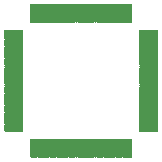
<source format=gbr>
G04 #@! TF.GenerationSoftware,KiCad,Pcbnew,(5.1.10)-1*
G04 #@! TF.CreationDate,2021-12-08T21:24:47+07:00*
G04 #@! TF.ProjectId,32u4mu to 32u4au,33327534-6d75-4207-946f-203332753461,rev?*
G04 #@! TF.SameCoordinates,Original*
G04 #@! TF.FileFunction,Soldermask,Bot*
G04 #@! TF.FilePolarity,Negative*
%FSLAX46Y46*%
G04 Gerber Fmt 4.6, Leading zero omitted, Abs format (unit mm)*
G04 Created by KiCad (PCBNEW (5.1.10)-1) date 2021-12-08 21:24:47*
%MOMM*%
%LPD*%
G01*
G04 APERTURE LIST*
%ADD10C,0.100000*%
G04 APERTURE END LIST*
G36*
G01*
X87955250Y-62218750D02*
X87955250Y-61668750D01*
G75*
G02*
X88006250Y-61617750I51000J0D01*
G01*
X89506250Y-61617750D01*
G75*
G02*
X89557250Y-61668750I0J-51000D01*
G01*
X89557250Y-62218750D01*
G75*
G02*
X89506250Y-62269750I-51000J0D01*
G01*
X88006250Y-62269750D01*
G75*
G02*
X87955250Y-62218750I0J51000D01*
G01*
G37*
G36*
G01*
X87955250Y-61418750D02*
X87955250Y-60868750D01*
G75*
G02*
X88006250Y-60817750I51000J0D01*
G01*
X89506250Y-60817750D01*
G75*
G02*
X89557250Y-60868750I0J-51000D01*
G01*
X89557250Y-61418750D01*
G75*
G02*
X89506250Y-61469750I-51000J0D01*
G01*
X88006250Y-61469750D01*
G75*
G02*
X87955250Y-61418750I0J51000D01*
G01*
G37*
G36*
G01*
X87955250Y-60618750D02*
X87955250Y-60068750D01*
G75*
G02*
X88006250Y-60017750I51000J0D01*
G01*
X89506250Y-60017750D01*
G75*
G02*
X89557250Y-60068750I0J-51000D01*
G01*
X89557250Y-60618750D01*
G75*
G02*
X89506250Y-60669750I-51000J0D01*
G01*
X88006250Y-60669750D01*
G75*
G02*
X87955250Y-60618750I0J51000D01*
G01*
G37*
G36*
G01*
X87955250Y-59818750D02*
X87955250Y-59268750D01*
G75*
G02*
X88006250Y-59217750I51000J0D01*
G01*
X89506250Y-59217750D01*
G75*
G02*
X89557250Y-59268750I0J-51000D01*
G01*
X89557250Y-59818750D01*
G75*
G02*
X89506250Y-59869750I-51000J0D01*
G01*
X88006250Y-59869750D01*
G75*
G02*
X87955250Y-59818750I0J51000D01*
G01*
G37*
G36*
G01*
X87955250Y-59018750D02*
X87955250Y-58468750D01*
G75*
G02*
X88006250Y-58417750I51000J0D01*
G01*
X89506250Y-58417750D01*
G75*
G02*
X89557250Y-58468750I0J-51000D01*
G01*
X89557250Y-59018750D01*
G75*
G02*
X89506250Y-59069750I-51000J0D01*
G01*
X88006250Y-59069750D01*
G75*
G02*
X87955250Y-59018750I0J51000D01*
G01*
G37*
G36*
G01*
X87955250Y-58218750D02*
X87955250Y-57668750D01*
G75*
G02*
X88006250Y-57617750I51000J0D01*
G01*
X89506250Y-57617750D01*
G75*
G02*
X89557250Y-57668750I0J-51000D01*
G01*
X89557250Y-58218750D01*
G75*
G02*
X89506250Y-58269750I-51000J0D01*
G01*
X88006250Y-58269750D01*
G75*
G02*
X87955250Y-58218750I0J51000D01*
G01*
G37*
G36*
G01*
X87955250Y-57418750D02*
X87955250Y-56868750D01*
G75*
G02*
X88006250Y-56817750I51000J0D01*
G01*
X89506250Y-56817750D01*
G75*
G02*
X89557250Y-56868750I0J-51000D01*
G01*
X89557250Y-57418750D01*
G75*
G02*
X89506250Y-57469750I-51000J0D01*
G01*
X88006250Y-57469750D01*
G75*
G02*
X87955250Y-57418750I0J51000D01*
G01*
G37*
G36*
G01*
X87955250Y-56618750D02*
X87955250Y-56068750D01*
G75*
G02*
X88006250Y-56017750I51000J0D01*
G01*
X89506250Y-56017750D01*
G75*
G02*
X89557250Y-56068750I0J-51000D01*
G01*
X89557250Y-56618750D01*
G75*
G02*
X89506250Y-56669750I-51000J0D01*
G01*
X88006250Y-56669750D01*
G75*
G02*
X87955250Y-56618750I0J51000D01*
G01*
G37*
G36*
G01*
X87955250Y-55818750D02*
X87955250Y-55268750D01*
G75*
G02*
X88006250Y-55217750I51000J0D01*
G01*
X89506250Y-55217750D01*
G75*
G02*
X89557250Y-55268750I0J-51000D01*
G01*
X89557250Y-55818750D01*
G75*
G02*
X89506250Y-55869750I-51000J0D01*
G01*
X88006250Y-55869750D01*
G75*
G02*
X87955250Y-55818750I0J51000D01*
G01*
G37*
G36*
G01*
X87955250Y-55018750D02*
X87955250Y-54468750D01*
G75*
G02*
X88006250Y-54417750I51000J0D01*
G01*
X89506250Y-54417750D01*
G75*
G02*
X89557250Y-54468750I0J-51000D01*
G01*
X89557250Y-55018750D01*
G75*
G02*
X89506250Y-55069750I-51000J0D01*
G01*
X88006250Y-55069750D01*
G75*
G02*
X87955250Y-55018750I0J51000D01*
G01*
G37*
G36*
G01*
X87955250Y-54218750D02*
X87955250Y-53668750D01*
G75*
G02*
X88006250Y-53617750I51000J0D01*
G01*
X89506250Y-53617750D01*
G75*
G02*
X89557250Y-53668750I0J-51000D01*
G01*
X89557250Y-54218750D01*
G75*
G02*
X89506250Y-54269750I-51000J0D01*
G01*
X88006250Y-54269750D01*
G75*
G02*
X87955250Y-54218750I0J51000D01*
G01*
G37*
G36*
G01*
X90181250Y-51442750D02*
X90731250Y-51442750D01*
G75*
G02*
X90782250Y-51493750I0J-51000D01*
G01*
X90782250Y-52993750D01*
G75*
G02*
X90731250Y-53044750I-51000J0D01*
G01*
X90181250Y-53044750D01*
G75*
G02*
X90130250Y-52993750I0J51000D01*
G01*
X90130250Y-51493750D01*
G75*
G02*
X90181250Y-51442750I51000J0D01*
G01*
G37*
G36*
G01*
X90981250Y-51442750D02*
X91531250Y-51442750D01*
G75*
G02*
X91582250Y-51493750I0J-51000D01*
G01*
X91582250Y-52993750D01*
G75*
G02*
X91531250Y-53044750I-51000J0D01*
G01*
X90981250Y-53044750D01*
G75*
G02*
X90930250Y-52993750I0J51000D01*
G01*
X90930250Y-51493750D01*
G75*
G02*
X90981250Y-51442750I51000J0D01*
G01*
G37*
G36*
G01*
X91781250Y-51442750D02*
X92331250Y-51442750D01*
G75*
G02*
X92382250Y-51493750I0J-51000D01*
G01*
X92382250Y-52993750D01*
G75*
G02*
X92331250Y-53044750I-51000J0D01*
G01*
X91781250Y-53044750D01*
G75*
G02*
X91730250Y-52993750I0J51000D01*
G01*
X91730250Y-51493750D01*
G75*
G02*
X91781250Y-51442750I51000J0D01*
G01*
G37*
G36*
G01*
X92581250Y-51442750D02*
X93131250Y-51442750D01*
G75*
G02*
X93182250Y-51493750I0J-51000D01*
G01*
X93182250Y-52993750D01*
G75*
G02*
X93131250Y-53044750I-51000J0D01*
G01*
X92581250Y-53044750D01*
G75*
G02*
X92530250Y-52993750I0J51000D01*
G01*
X92530250Y-51493750D01*
G75*
G02*
X92581250Y-51442750I51000J0D01*
G01*
G37*
G36*
G01*
X93381250Y-51442750D02*
X93931250Y-51442750D01*
G75*
G02*
X93982250Y-51493750I0J-51000D01*
G01*
X93982250Y-52993750D01*
G75*
G02*
X93931250Y-53044750I-51000J0D01*
G01*
X93381250Y-53044750D01*
G75*
G02*
X93330250Y-52993750I0J51000D01*
G01*
X93330250Y-51493750D01*
G75*
G02*
X93381250Y-51442750I51000J0D01*
G01*
G37*
G36*
G01*
X94181250Y-51442750D02*
X94731250Y-51442750D01*
G75*
G02*
X94782250Y-51493750I0J-51000D01*
G01*
X94782250Y-52993750D01*
G75*
G02*
X94731250Y-53044750I-51000J0D01*
G01*
X94181250Y-53044750D01*
G75*
G02*
X94130250Y-52993750I0J51000D01*
G01*
X94130250Y-51493750D01*
G75*
G02*
X94181250Y-51442750I51000J0D01*
G01*
G37*
G36*
G01*
X94981250Y-51442750D02*
X95531250Y-51442750D01*
G75*
G02*
X95582250Y-51493750I0J-51000D01*
G01*
X95582250Y-52993750D01*
G75*
G02*
X95531250Y-53044750I-51000J0D01*
G01*
X94981250Y-53044750D01*
G75*
G02*
X94930250Y-52993750I0J51000D01*
G01*
X94930250Y-51493750D01*
G75*
G02*
X94981250Y-51442750I51000J0D01*
G01*
G37*
G36*
G01*
X95781250Y-51442750D02*
X96331250Y-51442750D01*
G75*
G02*
X96382250Y-51493750I0J-51000D01*
G01*
X96382250Y-52993750D01*
G75*
G02*
X96331250Y-53044750I-51000J0D01*
G01*
X95781250Y-53044750D01*
G75*
G02*
X95730250Y-52993750I0J51000D01*
G01*
X95730250Y-51493750D01*
G75*
G02*
X95781250Y-51442750I51000J0D01*
G01*
G37*
G36*
G01*
X96581250Y-51442750D02*
X97131250Y-51442750D01*
G75*
G02*
X97182250Y-51493750I0J-51000D01*
G01*
X97182250Y-52993750D01*
G75*
G02*
X97131250Y-53044750I-51000J0D01*
G01*
X96581250Y-53044750D01*
G75*
G02*
X96530250Y-52993750I0J51000D01*
G01*
X96530250Y-51493750D01*
G75*
G02*
X96581250Y-51442750I51000J0D01*
G01*
G37*
G36*
G01*
X97381250Y-51442750D02*
X97931250Y-51442750D01*
G75*
G02*
X97982250Y-51493750I0J-51000D01*
G01*
X97982250Y-52993750D01*
G75*
G02*
X97931250Y-53044750I-51000J0D01*
G01*
X97381250Y-53044750D01*
G75*
G02*
X97330250Y-52993750I0J51000D01*
G01*
X97330250Y-51493750D01*
G75*
G02*
X97381250Y-51442750I51000J0D01*
G01*
G37*
G36*
G01*
X98181250Y-51442750D02*
X98731250Y-51442750D01*
G75*
G02*
X98782250Y-51493750I0J-51000D01*
G01*
X98782250Y-52993750D01*
G75*
G02*
X98731250Y-53044750I-51000J0D01*
G01*
X98181250Y-53044750D01*
G75*
G02*
X98130250Y-52993750I0J51000D01*
G01*
X98130250Y-51493750D01*
G75*
G02*
X98181250Y-51442750I51000J0D01*
G01*
G37*
G36*
G01*
X99355250Y-54218750D02*
X99355250Y-53668750D01*
G75*
G02*
X99406250Y-53617750I51000J0D01*
G01*
X100906250Y-53617750D01*
G75*
G02*
X100957250Y-53668750I0J-51000D01*
G01*
X100957250Y-54218750D01*
G75*
G02*
X100906250Y-54269750I-51000J0D01*
G01*
X99406250Y-54269750D01*
G75*
G02*
X99355250Y-54218750I0J51000D01*
G01*
G37*
G36*
G01*
X99355250Y-55018750D02*
X99355250Y-54468750D01*
G75*
G02*
X99406250Y-54417750I51000J0D01*
G01*
X100906250Y-54417750D01*
G75*
G02*
X100957250Y-54468750I0J-51000D01*
G01*
X100957250Y-55018750D01*
G75*
G02*
X100906250Y-55069750I-51000J0D01*
G01*
X99406250Y-55069750D01*
G75*
G02*
X99355250Y-55018750I0J51000D01*
G01*
G37*
G36*
G01*
X99355250Y-55818750D02*
X99355250Y-55268750D01*
G75*
G02*
X99406250Y-55217750I51000J0D01*
G01*
X100906250Y-55217750D01*
G75*
G02*
X100957250Y-55268750I0J-51000D01*
G01*
X100957250Y-55818750D01*
G75*
G02*
X100906250Y-55869750I-51000J0D01*
G01*
X99406250Y-55869750D01*
G75*
G02*
X99355250Y-55818750I0J51000D01*
G01*
G37*
G36*
G01*
X99355250Y-56618750D02*
X99355250Y-56068750D01*
G75*
G02*
X99406250Y-56017750I51000J0D01*
G01*
X100906250Y-56017750D01*
G75*
G02*
X100957250Y-56068750I0J-51000D01*
G01*
X100957250Y-56618750D01*
G75*
G02*
X100906250Y-56669750I-51000J0D01*
G01*
X99406250Y-56669750D01*
G75*
G02*
X99355250Y-56618750I0J51000D01*
G01*
G37*
G36*
G01*
X99355250Y-57418750D02*
X99355250Y-56868750D01*
G75*
G02*
X99406250Y-56817750I51000J0D01*
G01*
X100906250Y-56817750D01*
G75*
G02*
X100957250Y-56868750I0J-51000D01*
G01*
X100957250Y-57418750D01*
G75*
G02*
X100906250Y-57469750I-51000J0D01*
G01*
X99406250Y-57469750D01*
G75*
G02*
X99355250Y-57418750I0J51000D01*
G01*
G37*
G36*
G01*
X99355250Y-58218750D02*
X99355250Y-57668750D01*
G75*
G02*
X99406250Y-57617750I51000J0D01*
G01*
X100906250Y-57617750D01*
G75*
G02*
X100957250Y-57668750I0J-51000D01*
G01*
X100957250Y-58218750D01*
G75*
G02*
X100906250Y-58269750I-51000J0D01*
G01*
X99406250Y-58269750D01*
G75*
G02*
X99355250Y-58218750I0J51000D01*
G01*
G37*
G36*
G01*
X99355250Y-59018750D02*
X99355250Y-58468750D01*
G75*
G02*
X99406250Y-58417750I51000J0D01*
G01*
X100906250Y-58417750D01*
G75*
G02*
X100957250Y-58468750I0J-51000D01*
G01*
X100957250Y-59018750D01*
G75*
G02*
X100906250Y-59069750I-51000J0D01*
G01*
X99406250Y-59069750D01*
G75*
G02*
X99355250Y-59018750I0J51000D01*
G01*
G37*
G36*
G01*
X99355250Y-59818750D02*
X99355250Y-59268750D01*
G75*
G02*
X99406250Y-59217750I51000J0D01*
G01*
X100906250Y-59217750D01*
G75*
G02*
X100957250Y-59268750I0J-51000D01*
G01*
X100957250Y-59818750D01*
G75*
G02*
X100906250Y-59869750I-51000J0D01*
G01*
X99406250Y-59869750D01*
G75*
G02*
X99355250Y-59818750I0J51000D01*
G01*
G37*
G36*
G01*
X99355250Y-60618750D02*
X99355250Y-60068750D01*
G75*
G02*
X99406250Y-60017750I51000J0D01*
G01*
X100906250Y-60017750D01*
G75*
G02*
X100957250Y-60068750I0J-51000D01*
G01*
X100957250Y-60618750D01*
G75*
G02*
X100906250Y-60669750I-51000J0D01*
G01*
X99406250Y-60669750D01*
G75*
G02*
X99355250Y-60618750I0J51000D01*
G01*
G37*
G36*
G01*
X99355250Y-61418750D02*
X99355250Y-60868750D01*
G75*
G02*
X99406250Y-60817750I51000J0D01*
G01*
X100906250Y-60817750D01*
G75*
G02*
X100957250Y-60868750I0J-51000D01*
G01*
X100957250Y-61418750D01*
G75*
G02*
X100906250Y-61469750I-51000J0D01*
G01*
X99406250Y-61469750D01*
G75*
G02*
X99355250Y-61418750I0J51000D01*
G01*
G37*
G36*
G01*
X99355250Y-62218750D02*
X99355250Y-61668750D01*
G75*
G02*
X99406250Y-61617750I51000J0D01*
G01*
X100906250Y-61617750D01*
G75*
G02*
X100957250Y-61668750I0J-51000D01*
G01*
X100957250Y-62218750D01*
G75*
G02*
X100906250Y-62269750I-51000J0D01*
G01*
X99406250Y-62269750D01*
G75*
G02*
X99355250Y-62218750I0J51000D01*
G01*
G37*
G36*
G01*
X98181250Y-62842750D02*
X98731250Y-62842750D01*
G75*
G02*
X98782250Y-62893750I0J-51000D01*
G01*
X98782250Y-64393750D01*
G75*
G02*
X98731250Y-64444750I-51000J0D01*
G01*
X98181250Y-64444750D01*
G75*
G02*
X98130250Y-64393750I0J51000D01*
G01*
X98130250Y-62893750D01*
G75*
G02*
X98181250Y-62842750I51000J0D01*
G01*
G37*
G36*
G01*
X97381250Y-62842750D02*
X97931250Y-62842750D01*
G75*
G02*
X97982250Y-62893750I0J-51000D01*
G01*
X97982250Y-64393750D01*
G75*
G02*
X97931250Y-64444750I-51000J0D01*
G01*
X97381250Y-64444750D01*
G75*
G02*
X97330250Y-64393750I0J51000D01*
G01*
X97330250Y-62893750D01*
G75*
G02*
X97381250Y-62842750I51000J0D01*
G01*
G37*
G36*
G01*
X96581250Y-62842750D02*
X97131250Y-62842750D01*
G75*
G02*
X97182250Y-62893750I0J-51000D01*
G01*
X97182250Y-64393750D01*
G75*
G02*
X97131250Y-64444750I-51000J0D01*
G01*
X96581250Y-64444750D01*
G75*
G02*
X96530250Y-64393750I0J51000D01*
G01*
X96530250Y-62893750D01*
G75*
G02*
X96581250Y-62842750I51000J0D01*
G01*
G37*
G36*
G01*
X95781250Y-62842750D02*
X96331250Y-62842750D01*
G75*
G02*
X96382250Y-62893750I0J-51000D01*
G01*
X96382250Y-64393750D01*
G75*
G02*
X96331250Y-64444750I-51000J0D01*
G01*
X95781250Y-64444750D01*
G75*
G02*
X95730250Y-64393750I0J51000D01*
G01*
X95730250Y-62893750D01*
G75*
G02*
X95781250Y-62842750I51000J0D01*
G01*
G37*
G36*
G01*
X94981250Y-62842750D02*
X95531250Y-62842750D01*
G75*
G02*
X95582250Y-62893750I0J-51000D01*
G01*
X95582250Y-64393750D01*
G75*
G02*
X95531250Y-64444750I-51000J0D01*
G01*
X94981250Y-64444750D01*
G75*
G02*
X94930250Y-64393750I0J51000D01*
G01*
X94930250Y-62893750D01*
G75*
G02*
X94981250Y-62842750I51000J0D01*
G01*
G37*
G36*
G01*
X94181250Y-62842750D02*
X94731250Y-62842750D01*
G75*
G02*
X94782250Y-62893750I0J-51000D01*
G01*
X94782250Y-64393750D01*
G75*
G02*
X94731250Y-64444750I-51000J0D01*
G01*
X94181250Y-64444750D01*
G75*
G02*
X94130250Y-64393750I0J51000D01*
G01*
X94130250Y-62893750D01*
G75*
G02*
X94181250Y-62842750I51000J0D01*
G01*
G37*
G36*
G01*
X93381250Y-62842750D02*
X93931250Y-62842750D01*
G75*
G02*
X93982250Y-62893750I0J-51000D01*
G01*
X93982250Y-64393750D01*
G75*
G02*
X93931250Y-64444750I-51000J0D01*
G01*
X93381250Y-64444750D01*
G75*
G02*
X93330250Y-64393750I0J51000D01*
G01*
X93330250Y-62893750D01*
G75*
G02*
X93381250Y-62842750I51000J0D01*
G01*
G37*
G36*
G01*
X92581250Y-62842750D02*
X93131250Y-62842750D01*
G75*
G02*
X93182250Y-62893750I0J-51000D01*
G01*
X93182250Y-64393750D01*
G75*
G02*
X93131250Y-64444750I-51000J0D01*
G01*
X92581250Y-64444750D01*
G75*
G02*
X92530250Y-64393750I0J51000D01*
G01*
X92530250Y-62893750D01*
G75*
G02*
X92581250Y-62842750I51000J0D01*
G01*
G37*
G36*
G01*
X91781250Y-62842750D02*
X92331250Y-62842750D01*
G75*
G02*
X92382250Y-62893750I0J-51000D01*
G01*
X92382250Y-64393750D01*
G75*
G02*
X92331250Y-64444750I-51000J0D01*
G01*
X91781250Y-64444750D01*
G75*
G02*
X91730250Y-64393750I0J51000D01*
G01*
X91730250Y-62893750D01*
G75*
G02*
X91781250Y-62842750I51000J0D01*
G01*
G37*
G36*
G01*
X90981250Y-62842750D02*
X91531250Y-62842750D01*
G75*
G02*
X91582250Y-62893750I0J-51000D01*
G01*
X91582250Y-64393750D01*
G75*
G02*
X91531250Y-64444750I-51000J0D01*
G01*
X90981250Y-64444750D01*
G75*
G02*
X90930250Y-64393750I0J51000D01*
G01*
X90930250Y-62893750D01*
G75*
G02*
X90981250Y-62842750I51000J0D01*
G01*
G37*
G36*
G01*
X90181250Y-62842750D02*
X90731250Y-62842750D01*
G75*
G02*
X90782250Y-62893750I0J-51000D01*
G01*
X90782250Y-64393750D01*
G75*
G02*
X90731250Y-64444750I-51000J0D01*
G01*
X90181250Y-64444750D01*
G75*
G02*
X90130250Y-64393750I0J51000D01*
G01*
X90130250Y-62893750D01*
G75*
G02*
X90181250Y-62842750I51000J0D01*
G01*
G37*
D10*
G36*
X90931982Y-62841750D02*
G01*
X90932250Y-62842750D01*
X90932250Y-64444750D01*
X90931250Y-64446482D01*
X90930250Y-64446750D01*
X90782250Y-64446750D01*
X90780518Y-64445750D01*
X90780250Y-64444750D01*
X90780250Y-62842750D01*
X90781250Y-62841018D01*
X90782250Y-62840750D01*
X90930250Y-62840750D01*
X90931982Y-62841750D01*
G37*
G36*
X91731982Y-62841750D02*
G01*
X91732250Y-62842750D01*
X91732250Y-64444750D01*
X91731250Y-64446482D01*
X91730250Y-64446750D01*
X91582250Y-64446750D01*
X91580518Y-64445750D01*
X91580250Y-64444750D01*
X91580250Y-62842750D01*
X91581250Y-62841018D01*
X91582250Y-62840750D01*
X91730250Y-62840750D01*
X91731982Y-62841750D01*
G37*
G36*
X98131982Y-62841750D02*
G01*
X98132250Y-62842750D01*
X98132250Y-64444750D01*
X98131250Y-64446482D01*
X98130250Y-64446750D01*
X97982250Y-64446750D01*
X97980518Y-64445750D01*
X97980250Y-64444750D01*
X97980250Y-62842750D01*
X97981250Y-62841018D01*
X97982250Y-62840750D01*
X98130250Y-62840750D01*
X98131982Y-62841750D01*
G37*
G36*
X97331982Y-62841750D02*
G01*
X97332250Y-62842750D01*
X97332250Y-64444750D01*
X97331250Y-64446482D01*
X97330250Y-64446750D01*
X97182250Y-64446750D01*
X97180518Y-64445750D01*
X97180250Y-64444750D01*
X97180250Y-62842750D01*
X97181250Y-62841018D01*
X97182250Y-62840750D01*
X97330250Y-62840750D01*
X97331982Y-62841750D01*
G37*
G36*
X96531982Y-62841750D02*
G01*
X96532250Y-62842750D01*
X96532250Y-64444750D01*
X96531250Y-64446482D01*
X96530250Y-64446750D01*
X96382250Y-64446750D01*
X96380518Y-64445750D01*
X96380250Y-64444750D01*
X96380250Y-62842750D01*
X96381250Y-62841018D01*
X96382250Y-62840750D01*
X96530250Y-62840750D01*
X96531982Y-62841750D01*
G37*
G36*
X95731982Y-62841750D02*
G01*
X95732250Y-62842750D01*
X95732250Y-64444750D01*
X95731250Y-64446482D01*
X95730250Y-64446750D01*
X95582250Y-64446750D01*
X95580518Y-64445750D01*
X95580250Y-64444750D01*
X95580250Y-62842750D01*
X95581250Y-62841018D01*
X95582250Y-62840750D01*
X95730250Y-62840750D01*
X95731982Y-62841750D01*
G37*
G36*
X94931982Y-62841750D02*
G01*
X94932250Y-62842750D01*
X94932250Y-64444750D01*
X94931250Y-64446482D01*
X94930250Y-64446750D01*
X94782250Y-64446750D01*
X94780518Y-64445750D01*
X94780250Y-64444750D01*
X94780250Y-62842750D01*
X94781250Y-62841018D01*
X94782250Y-62840750D01*
X94930250Y-62840750D01*
X94931982Y-62841750D01*
G37*
G36*
X94131982Y-62841750D02*
G01*
X94132250Y-62842750D01*
X94132250Y-64444750D01*
X94131250Y-64446482D01*
X94130250Y-64446750D01*
X93982250Y-64446750D01*
X93980518Y-64445750D01*
X93980250Y-64444750D01*
X93980250Y-62842750D01*
X93981250Y-62841018D01*
X93982250Y-62840750D01*
X94130250Y-62840750D01*
X94131982Y-62841750D01*
G37*
G36*
X93331982Y-62841750D02*
G01*
X93332250Y-62842750D01*
X93332250Y-64444750D01*
X93331250Y-64446482D01*
X93330250Y-64446750D01*
X93182250Y-64446750D01*
X93180518Y-64445750D01*
X93180250Y-64444750D01*
X93180250Y-62842750D01*
X93181250Y-62841018D01*
X93182250Y-62840750D01*
X93330250Y-62840750D01*
X93331982Y-62841750D01*
G37*
G36*
X92531982Y-62841750D02*
G01*
X92532250Y-62842750D01*
X92532250Y-64444750D01*
X92531250Y-64446482D01*
X92530250Y-64446750D01*
X92382250Y-64446750D01*
X92380518Y-64445750D01*
X92380250Y-64444750D01*
X92380250Y-62842750D01*
X92381250Y-62841018D01*
X92382250Y-62840750D01*
X92530250Y-62840750D01*
X92531982Y-62841750D01*
G37*
G36*
X89558982Y-61468750D02*
G01*
X89559250Y-61469750D01*
X89559250Y-61617750D01*
X89558250Y-61619482D01*
X89557250Y-61619750D01*
X87955250Y-61619750D01*
X87953518Y-61618750D01*
X87953250Y-61617750D01*
X87953250Y-61469750D01*
X87954250Y-61468018D01*
X87955250Y-61467750D01*
X89557250Y-61467750D01*
X89558982Y-61468750D01*
G37*
G36*
X100958982Y-61468750D02*
G01*
X100959250Y-61469750D01*
X100959250Y-61617750D01*
X100958250Y-61619482D01*
X100957250Y-61619750D01*
X99355250Y-61619750D01*
X99353518Y-61618750D01*
X99353250Y-61617750D01*
X99353250Y-61469750D01*
X99354250Y-61468018D01*
X99355250Y-61467750D01*
X100957250Y-61467750D01*
X100958982Y-61468750D01*
G37*
G36*
X89558982Y-60668750D02*
G01*
X89559250Y-60669750D01*
X89559250Y-60817750D01*
X89558250Y-60819482D01*
X89557250Y-60819750D01*
X87955250Y-60819750D01*
X87953518Y-60818750D01*
X87953250Y-60817750D01*
X87953250Y-60669750D01*
X87954250Y-60668018D01*
X87955250Y-60667750D01*
X89557250Y-60667750D01*
X89558982Y-60668750D01*
G37*
G36*
X100958982Y-60668750D02*
G01*
X100959250Y-60669750D01*
X100959250Y-60817750D01*
X100958250Y-60819482D01*
X100957250Y-60819750D01*
X99355250Y-60819750D01*
X99353518Y-60818750D01*
X99353250Y-60817750D01*
X99353250Y-60669750D01*
X99354250Y-60668018D01*
X99355250Y-60667750D01*
X100957250Y-60667750D01*
X100958982Y-60668750D01*
G37*
G36*
X89558982Y-59868750D02*
G01*
X89559250Y-59869750D01*
X89559250Y-60017750D01*
X89558250Y-60019482D01*
X89557250Y-60019750D01*
X87955250Y-60019750D01*
X87953518Y-60018750D01*
X87953250Y-60017750D01*
X87953250Y-59869750D01*
X87954250Y-59868018D01*
X87955250Y-59867750D01*
X89557250Y-59867750D01*
X89558982Y-59868750D01*
G37*
G36*
X100958982Y-59868750D02*
G01*
X100959250Y-59869750D01*
X100959250Y-60017750D01*
X100958250Y-60019482D01*
X100957250Y-60019750D01*
X99355250Y-60019750D01*
X99353518Y-60018750D01*
X99353250Y-60017750D01*
X99353250Y-59869750D01*
X99354250Y-59868018D01*
X99355250Y-59867750D01*
X100957250Y-59867750D01*
X100958982Y-59868750D01*
G37*
G36*
X89558982Y-59068750D02*
G01*
X89559250Y-59069750D01*
X89559250Y-59217750D01*
X89558250Y-59219482D01*
X89557250Y-59219750D01*
X87955250Y-59219750D01*
X87953518Y-59218750D01*
X87953250Y-59217750D01*
X87953250Y-59069750D01*
X87954250Y-59068018D01*
X87955250Y-59067750D01*
X89557250Y-59067750D01*
X89558982Y-59068750D01*
G37*
G36*
X100958982Y-59068750D02*
G01*
X100959250Y-59069750D01*
X100959250Y-59217750D01*
X100958250Y-59219482D01*
X100957250Y-59219750D01*
X99355250Y-59219750D01*
X99353518Y-59218750D01*
X99353250Y-59217750D01*
X99353250Y-59069750D01*
X99354250Y-59068018D01*
X99355250Y-59067750D01*
X100957250Y-59067750D01*
X100958982Y-59068750D01*
G37*
G36*
X100958982Y-58268750D02*
G01*
X100959250Y-58269750D01*
X100959250Y-58417750D01*
X100958250Y-58419482D01*
X100957250Y-58419750D01*
X99355250Y-58419750D01*
X99353518Y-58418750D01*
X99353250Y-58417750D01*
X99353250Y-58269750D01*
X99354250Y-58268018D01*
X99355250Y-58267750D01*
X100957250Y-58267750D01*
X100958982Y-58268750D01*
G37*
G36*
X89558982Y-58268750D02*
G01*
X89559250Y-58269750D01*
X89559250Y-58417750D01*
X89558250Y-58419482D01*
X89557250Y-58419750D01*
X87955250Y-58419750D01*
X87953518Y-58418750D01*
X87953250Y-58417750D01*
X87953250Y-58269750D01*
X87954250Y-58268018D01*
X87955250Y-58267750D01*
X89557250Y-58267750D01*
X89558982Y-58268750D01*
G37*
G36*
X100958982Y-57468750D02*
G01*
X100959250Y-57469750D01*
X100959250Y-57617750D01*
X100958250Y-57619482D01*
X100957250Y-57619750D01*
X99355250Y-57619750D01*
X99353518Y-57618750D01*
X99353250Y-57617750D01*
X99353250Y-57469750D01*
X99354250Y-57468018D01*
X99355250Y-57467750D01*
X100957250Y-57467750D01*
X100958982Y-57468750D01*
G37*
G36*
X89558982Y-57468750D02*
G01*
X89559250Y-57469750D01*
X89559250Y-57617750D01*
X89558250Y-57619482D01*
X89557250Y-57619750D01*
X87955250Y-57619750D01*
X87953518Y-57618750D01*
X87953250Y-57617750D01*
X87953250Y-57469750D01*
X87954250Y-57468018D01*
X87955250Y-57467750D01*
X89557250Y-57467750D01*
X89558982Y-57468750D01*
G37*
G36*
X89558982Y-56668750D02*
G01*
X89559250Y-56669750D01*
X89559250Y-56817750D01*
X89558250Y-56819482D01*
X89557250Y-56819750D01*
X87955250Y-56819750D01*
X87953518Y-56818750D01*
X87953250Y-56817750D01*
X87953250Y-56669750D01*
X87954250Y-56668018D01*
X87955250Y-56667750D01*
X89557250Y-56667750D01*
X89558982Y-56668750D01*
G37*
G36*
X100958982Y-56668750D02*
G01*
X100959250Y-56669750D01*
X100959250Y-56817750D01*
X100958250Y-56819482D01*
X100957250Y-56819750D01*
X99355250Y-56819750D01*
X99353518Y-56818750D01*
X99353250Y-56817750D01*
X99353250Y-56669750D01*
X99354250Y-56668018D01*
X99355250Y-56667750D01*
X100957250Y-56667750D01*
X100958982Y-56668750D01*
G37*
G36*
X100958982Y-55868750D02*
G01*
X100959250Y-55869750D01*
X100959250Y-56017750D01*
X100958250Y-56019482D01*
X100957250Y-56019750D01*
X99355250Y-56019750D01*
X99353518Y-56018750D01*
X99353250Y-56017750D01*
X99353250Y-55869750D01*
X99354250Y-55868018D01*
X99355250Y-55867750D01*
X100957250Y-55867750D01*
X100958982Y-55868750D01*
G37*
G36*
X89558982Y-55868750D02*
G01*
X89559250Y-55869750D01*
X89559250Y-56017750D01*
X89558250Y-56019482D01*
X89557250Y-56019750D01*
X87955250Y-56019750D01*
X87953518Y-56018750D01*
X87953250Y-56017750D01*
X87953250Y-55869750D01*
X87954250Y-55868018D01*
X87955250Y-55867750D01*
X89557250Y-55867750D01*
X89558982Y-55868750D01*
G37*
G36*
X100958982Y-55068750D02*
G01*
X100959250Y-55069750D01*
X100959250Y-55217750D01*
X100958250Y-55219482D01*
X100957250Y-55219750D01*
X99355250Y-55219750D01*
X99353518Y-55218750D01*
X99353250Y-55217750D01*
X99353250Y-55069750D01*
X99354250Y-55068018D01*
X99355250Y-55067750D01*
X100957250Y-55067750D01*
X100958982Y-55068750D01*
G37*
G36*
X89558982Y-55068750D02*
G01*
X89559250Y-55069750D01*
X89559250Y-55217750D01*
X89558250Y-55219482D01*
X89557250Y-55219750D01*
X87955250Y-55219750D01*
X87953518Y-55218750D01*
X87953250Y-55217750D01*
X87953250Y-55069750D01*
X87954250Y-55068018D01*
X87955250Y-55067750D01*
X89557250Y-55067750D01*
X89558982Y-55068750D01*
G37*
G36*
X100958982Y-54268750D02*
G01*
X100959250Y-54269750D01*
X100959250Y-54417750D01*
X100958250Y-54419482D01*
X100957250Y-54419750D01*
X99355250Y-54419750D01*
X99353518Y-54418750D01*
X99353250Y-54417750D01*
X99353250Y-54269750D01*
X99354250Y-54268018D01*
X99355250Y-54267750D01*
X100957250Y-54267750D01*
X100958982Y-54268750D01*
G37*
G36*
X89558982Y-54268750D02*
G01*
X89559250Y-54269750D01*
X89559250Y-54417750D01*
X89558250Y-54419482D01*
X89557250Y-54419750D01*
X87955250Y-54419750D01*
X87953518Y-54418750D01*
X87953250Y-54417750D01*
X87953250Y-54269750D01*
X87954250Y-54268018D01*
X87955250Y-54267750D01*
X89557250Y-54267750D01*
X89558982Y-54268750D01*
G37*
G36*
X90931982Y-51441750D02*
G01*
X90932250Y-51442750D01*
X90932250Y-53044750D01*
X90931250Y-53046482D01*
X90930250Y-53046750D01*
X90782250Y-53046750D01*
X90780518Y-53045750D01*
X90780250Y-53044750D01*
X90780250Y-51442750D01*
X90781250Y-51441018D01*
X90782250Y-51440750D01*
X90930250Y-51440750D01*
X90931982Y-51441750D01*
G37*
G36*
X91731982Y-51441750D02*
G01*
X91732250Y-51442750D01*
X91732250Y-53044750D01*
X91731250Y-53046482D01*
X91730250Y-53046750D01*
X91582250Y-53046750D01*
X91580518Y-53045750D01*
X91580250Y-53044750D01*
X91580250Y-51442750D01*
X91581250Y-51441018D01*
X91582250Y-51440750D01*
X91730250Y-51440750D01*
X91731982Y-51441750D01*
G37*
G36*
X92531982Y-51441750D02*
G01*
X92532250Y-51442750D01*
X92532250Y-53044750D01*
X92531250Y-53046482D01*
X92530250Y-53046750D01*
X92382250Y-53046750D01*
X92380518Y-53045750D01*
X92380250Y-53044750D01*
X92380250Y-51442750D01*
X92381250Y-51441018D01*
X92382250Y-51440750D01*
X92530250Y-51440750D01*
X92531982Y-51441750D01*
G37*
G36*
X93331982Y-51441750D02*
G01*
X93332250Y-51442750D01*
X93332250Y-53044750D01*
X93331250Y-53046482D01*
X93330250Y-53046750D01*
X93182250Y-53046750D01*
X93180518Y-53045750D01*
X93180250Y-53044750D01*
X93180250Y-51442750D01*
X93181250Y-51441018D01*
X93182250Y-51440750D01*
X93330250Y-51440750D01*
X93331982Y-51441750D01*
G37*
G36*
X94131982Y-51441750D02*
G01*
X94132250Y-51442750D01*
X94132250Y-53044750D01*
X94131250Y-53046482D01*
X94130250Y-53046750D01*
X93982250Y-53046750D01*
X93980518Y-53045750D01*
X93980250Y-53044750D01*
X93980250Y-51442750D01*
X93981250Y-51441018D01*
X93982250Y-51440750D01*
X94130250Y-51440750D01*
X94131982Y-51441750D01*
G37*
G36*
X94931982Y-51441750D02*
G01*
X94932250Y-51442750D01*
X94932250Y-53044750D01*
X94931250Y-53046482D01*
X94930250Y-53046750D01*
X94782250Y-53046750D01*
X94780518Y-53045750D01*
X94780250Y-53044750D01*
X94780250Y-51442750D01*
X94781250Y-51441018D01*
X94782250Y-51440750D01*
X94930250Y-51440750D01*
X94931982Y-51441750D01*
G37*
G36*
X95731982Y-51441750D02*
G01*
X95732250Y-51442750D01*
X95732250Y-53044750D01*
X95731250Y-53046482D01*
X95730250Y-53046750D01*
X95582250Y-53046750D01*
X95580518Y-53045750D01*
X95580250Y-53044750D01*
X95580250Y-51442750D01*
X95581250Y-51441018D01*
X95582250Y-51440750D01*
X95730250Y-51440750D01*
X95731982Y-51441750D01*
G37*
G36*
X96531982Y-51441750D02*
G01*
X96532250Y-51442750D01*
X96532250Y-53044750D01*
X96531250Y-53046482D01*
X96530250Y-53046750D01*
X96382250Y-53046750D01*
X96380518Y-53045750D01*
X96380250Y-53044750D01*
X96380250Y-51442750D01*
X96381250Y-51441018D01*
X96382250Y-51440750D01*
X96530250Y-51440750D01*
X96531982Y-51441750D01*
G37*
G36*
X97331982Y-51441750D02*
G01*
X97332250Y-51442750D01*
X97332250Y-53044750D01*
X97331250Y-53046482D01*
X97330250Y-53046750D01*
X97182250Y-53046750D01*
X97180518Y-53045750D01*
X97180250Y-53044750D01*
X97180250Y-51442750D01*
X97181250Y-51441018D01*
X97182250Y-51440750D01*
X97330250Y-51440750D01*
X97331982Y-51441750D01*
G37*
G36*
X98131982Y-51441750D02*
G01*
X98132250Y-51442750D01*
X98132250Y-53044750D01*
X98131250Y-53046482D01*
X98130250Y-53046750D01*
X97982250Y-53046750D01*
X97980518Y-53045750D01*
X97980250Y-53044750D01*
X97980250Y-51442750D01*
X97981250Y-51441018D01*
X97982250Y-51440750D01*
X98130250Y-51440750D01*
X98131982Y-51441750D01*
G37*
M02*

</source>
